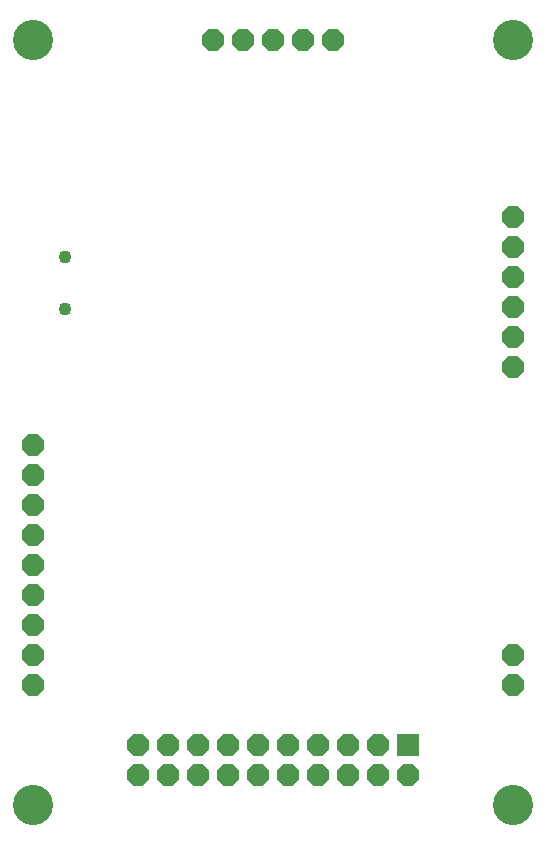
<source format=gbs>
G75*
G70*
%OFA0B0*%
%FSLAX24Y24*%
%IPPOS*%
%LPD*%
%AMOC8*
5,1,8,0,0,1.08239X$1,22.5*
%
%ADD10C,0.1340*%
%ADD11OC8,0.0720*%
%ADD12R,0.0720X0.0720*%
%ADD13C,0.0434*%
D10*
X001383Y001151D03*
X017383Y001151D03*
X017383Y026651D03*
X001383Y026651D03*
D11*
X007383Y026651D03*
X008383Y026651D03*
X009383Y026651D03*
X010383Y026651D03*
X011383Y026651D03*
X017383Y020751D03*
X017383Y019751D03*
X017383Y018751D03*
X017383Y017751D03*
X017383Y016751D03*
X017383Y015751D03*
X017383Y006151D03*
X017383Y005151D03*
X013883Y002151D03*
X012883Y002151D03*
X012883Y003151D03*
X011883Y003151D03*
X011883Y002151D03*
X010883Y002151D03*
X010883Y003151D03*
X009883Y003151D03*
X009883Y002151D03*
X008883Y002151D03*
X008883Y003151D03*
X007883Y003151D03*
X007883Y002151D03*
X006883Y002151D03*
X006883Y003151D03*
X005883Y003151D03*
X005883Y002151D03*
X004883Y002151D03*
X004883Y003151D03*
X001383Y005151D03*
X001383Y006151D03*
X001383Y007151D03*
X001383Y008151D03*
X001383Y009151D03*
X001383Y010151D03*
X001383Y011151D03*
X001383Y012151D03*
X001383Y013151D03*
D12*
X013883Y003151D03*
D13*
X002458Y017685D03*
X002458Y019417D03*
M02*

</source>
